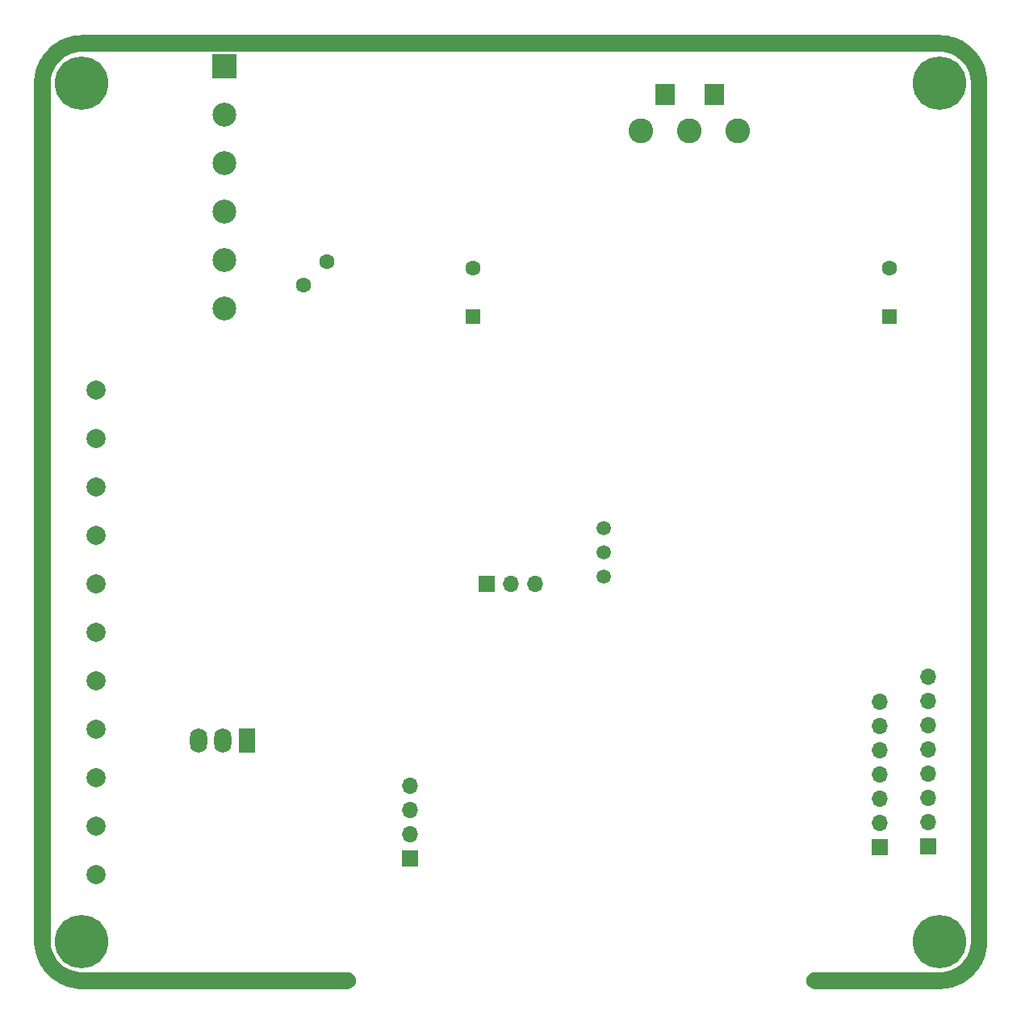
<source format=gbr>
%TF.GenerationSoftware,KiCad,Pcbnew,9.0.0*%
%TF.CreationDate,2025-03-04T23:32:21+01:00*%
%TF.ProjectId,garage-door-controller,67617261-6765-42d6-946f-6f722d636f6e,rev?*%
%TF.SameCoordinates,Original*%
%TF.FileFunction,Soldermask,Bot*%
%TF.FilePolarity,Negative*%
%FSLAX46Y46*%
G04 Gerber Fmt 4.6, Leading zero omitted, Abs format (unit mm)*
G04 Created by KiCad (PCBNEW 9.0.0) date 2025-03-04 23:32:21*
%MOMM*%
%LPD*%
G01*
G04 APERTURE LIST*
%ADD10R,1.700000X1.700000*%
%ADD11O,1.700000X1.700000*%
%ADD12C,1.600000*%
%ADD13R,1.600000X1.600000*%
%ADD14C,5.600000*%
%ADD15C,2.000000*%
%ADD16R,2.500000X2.500000*%
%ADD17C,2.500000*%
%ADD18C,2.600000*%
%ADD19C,1.520000*%
%ADD20R,1.800000X2.600000*%
%ADD21O,1.800000X2.600000*%
%ADD22R,2.050000X2.240000*%
G04 APERTURE END LIST*
D10*
%TO.C,CN5*%
X143750000Y-135080000D03*
D11*
X143750000Y-132540000D03*
X143750000Y-130000000D03*
X143750000Y-127460000D03*
X143750000Y-124920000D03*
X143750000Y-122380000D03*
X143750000Y-119840000D03*
X143750000Y-117300000D03*
%TD*%
D10*
%TO.C,CN4*%
X138750000Y-135125000D03*
D11*
X138750000Y-132585000D03*
X138750000Y-130045000D03*
X138750000Y-127505000D03*
X138750000Y-124965000D03*
X138750000Y-122425000D03*
X138750000Y-119885000D03*
%TD*%
D12*
%TO.C,C9*%
X96000000Y-74460000D03*
D13*
X96000000Y-79540000D03*
%TD*%
D14*
%TO.C,H4*%
X145000000Y-145000000D03*
%TD*%
%TO.C,H3*%
X145000000Y-55000000D03*
%TD*%
D10*
%TO.C,CN3*%
X97460000Y-107500000D03*
D11*
X100000000Y-107500000D03*
X102540000Y-107500000D03*
%TD*%
D12*
%TO.C,C2*%
X78262563Y-76237437D03*
X80737437Y-73762563D03*
%TD*%
D15*
%TO.C,X4*%
X56500000Y-127880000D03*
X56500000Y-132960000D03*
X56500000Y-138040000D03*
%TD*%
D14*
%TO.C,H2*%
X55000000Y-145000000D03*
%TD*%
D15*
%TO.C,X2*%
X56500001Y-102480000D03*
X56500001Y-107560000D03*
X56500001Y-112640000D03*
%TD*%
D12*
%TO.C,C25*%
X139700000Y-74460000D03*
D13*
X139700000Y-79540000D03*
%TD*%
D16*
%TO.C,CN1*%
X70000000Y-53299998D03*
D17*
X70000000Y-58379998D03*
X70000000Y-63459998D03*
X70000000Y-68539998D03*
X70000000Y-73619998D03*
X70000000Y-78699998D03*
%TD*%
D18*
%TO.C,CN2*%
X123812500Y-60000000D03*
X118732500Y-60000000D03*
X113652500Y-60000000D03*
%TD*%
D10*
%TO.C,CN9*%
X89400000Y-136329999D03*
D11*
X89400000Y-133789999D03*
X89400000Y-131249999D03*
X89400000Y-128709999D03*
%TD*%
D19*
%TO.C,RV1*%
X109750000Y-106790000D03*
X109750000Y-104250000D03*
X109750000Y-101710000D03*
%TD*%
D15*
%TO.C,X1*%
X56500001Y-87240000D03*
X56500001Y-92320000D03*
X56500001Y-97400000D03*
%TD*%
D14*
%TO.C,H1*%
X55000000Y-55000000D03*
%TD*%
D15*
%TO.C,X3*%
X56500000Y-122800000D03*
X56500000Y-117720000D03*
%TD*%
D20*
%TO.C,Q3*%
X72290000Y-124000000D03*
D21*
X69750000Y-124000000D03*
X67210000Y-124000000D03*
%TD*%
D22*
%TO.C,D7*%
X121340000Y-56250000D03*
X116160000Y-56250000D03*
%TD*%
G36*
X54908818Y-148248721D02*
G01*
X54965067Y-148249510D01*
X55000013Y-148249877D01*
X55034967Y-148250000D01*
X82868039Y-148250000D01*
X82881922Y-148250780D01*
X83055818Y-148270373D01*
X83082890Y-148276552D01*
X83241462Y-148332039D01*
X83266479Y-148344086D01*
X83408726Y-148433465D01*
X83430435Y-148450778D01*
X83549221Y-148569564D01*
X83566534Y-148591273D01*
X83655913Y-148733520D01*
X83667960Y-148758537D01*
X83723447Y-148917109D01*
X83729626Y-148944181D01*
X83748435Y-149111117D01*
X83748435Y-149138884D01*
X83729626Y-149305819D01*
X83723447Y-149332890D01*
X83667960Y-149491462D01*
X83655913Y-149516479D01*
X83566534Y-149658726D01*
X83549221Y-149680435D01*
X83430435Y-149799221D01*
X83408726Y-149816534D01*
X83266479Y-149905913D01*
X83241462Y-149917960D01*
X83082890Y-149973447D01*
X83055819Y-149979626D01*
X82881923Y-149999220D01*
X82868039Y-150000000D01*
X55027265Y-150000000D01*
X55000278Y-149999926D01*
X54999607Y-149999922D01*
X54972992Y-149999705D01*
X54972649Y-149999702D01*
X54892051Y-149998822D01*
X54889688Y-149998773D01*
X54870283Y-149998191D01*
X54803863Y-149976506D01*
X54759712Y-149922354D01*
X54750000Y-149874247D01*
X54750000Y-148371470D01*
X54769685Y-148304431D01*
X54822489Y-148258676D01*
X54878783Y-148247562D01*
X54908818Y-148248721D01*
G37*
G36*
X51693039Y-144769685D02*
G01*
X51738794Y-144822489D01*
X51750000Y-144874000D01*
X51750000Y-144999987D01*
X51752556Y-145182378D01*
X51793393Y-145544811D01*
X51793395Y-145544827D01*
X51874557Y-145900423D01*
X51874561Y-145900435D01*
X51995023Y-146244694D01*
X51995029Y-146244708D01*
X52153281Y-146573322D01*
X52347338Y-146882161D01*
X52574753Y-147167332D01*
X52832667Y-147425246D01*
X53117838Y-147652661D01*
X53426677Y-147846718D01*
X53755291Y-148004970D01*
X53755305Y-148004976D01*
X54099564Y-148125438D01*
X54099576Y-148125442D01*
X54455172Y-148206604D01*
X54455188Y-148206606D01*
X54817624Y-148247443D01*
X54817619Y-148247443D01*
X55000013Y-148250000D01*
X55126000Y-148250000D01*
X55193039Y-148269685D01*
X55238794Y-148322489D01*
X55250000Y-148374000D01*
X55250000Y-149876000D01*
X55230315Y-149943039D01*
X55177511Y-149988794D01*
X55126000Y-150000000D01*
X55000710Y-150000000D01*
X54999357Y-149999993D01*
X54786527Y-149997671D01*
X54777073Y-149997206D01*
X54352450Y-149960056D01*
X54341725Y-149958644D01*
X53922623Y-149884746D01*
X53912061Y-149882405D01*
X53500980Y-149772256D01*
X53490664Y-149769003D01*
X53090759Y-149623450D01*
X53080764Y-149619310D01*
X52695062Y-149439454D01*
X52685467Y-149434459D01*
X52316916Y-149221676D01*
X52307792Y-149215864D01*
X51959179Y-148971762D01*
X51950597Y-148965177D01*
X51624579Y-148691616D01*
X51616604Y-148684307D01*
X51315692Y-148383395D01*
X51308383Y-148375420D01*
X51034822Y-148049402D01*
X51028237Y-148040820D01*
X50784135Y-147692207D01*
X50778323Y-147683083D01*
X50565540Y-147314532D01*
X50560545Y-147304937D01*
X50380689Y-146919235D01*
X50376549Y-146909240D01*
X50230996Y-146509335D01*
X50227743Y-146499019D01*
X50117594Y-146087938D01*
X50115253Y-146077376D01*
X50041355Y-145658274D01*
X50039943Y-145647549D01*
X50002793Y-145222926D01*
X50002328Y-145213471D01*
X50000007Y-145000641D01*
X50000000Y-144999289D01*
X50000000Y-144874000D01*
X50019685Y-144806961D01*
X50072489Y-144761206D01*
X50124000Y-144750000D01*
X51626000Y-144750000D01*
X51693039Y-144769685D01*
G37*
G36*
X144999716Y-50000073D02*
G01*
X145000392Y-50000077D01*
X145027007Y-50000294D01*
X145027350Y-50000297D01*
X145107948Y-50001177D01*
X145110313Y-50001226D01*
X145215726Y-50004389D01*
X145220454Y-50004621D01*
X145325718Y-50011808D01*
X145328079Y-50011992D01*
X145434223Y-50021279D01*
X145436915Y-50021544D01*
X145649628Y-50044840D01*
X145654991Y-50045546D01*
X145865165Y-50077895D01*
X145870493Y-50078835D01*
X146079029Y-50120315D01*
X146084311Y-50121486D01*
X146290837Y-50172022D01*
X146296063Y-50173422D01*
X146500223Y-50232930D01*
X146505383Y-50234557D01*
X146706744Y-50302911D01*
X146711827Y-50304761D01*
X146909980Y-50381818D01*
X146914978Y-50383888D01*
X147109594Y-50469520D01*
X147114497Y-50471806D01*
X147305205Y-50565851D01*
X147310005Y-50568350D01*
X147496429Y-50670627D01*
X147501114Y-50673332D01*
X147682907Y-50783646D01*
X147687469Y-50786553D01*
X147864273Y-50904689D01*
X147868705Y-50907792D01*
X148040160Y-51033508D01*
X148044453Y-51036801D01*
X148210309Y-51169915D01*
X148214453Y-51173393D01*
X148374305Y-51313580D01*
X148378293Y-51317235D01*
X148531896Y-51464277D01*
X148535722Y-51468103D01*
X148682764Y-51621706D01*
X148686419Y-51625694D01*
X148826607Y-51785547D01*
X148830085Y-51789691D01*
X148963198Y-51955546D01*
X148966491Y-51959839D01*
X149092201Y-52131286D01*
X149095304Y-52135717D01*
X149213446Y-52312529D01*
X149216353Y-52317092D01*
X149326667Y-52498885D01*
X149329372Y-52503570D01*
X149431644Y-52689986D01*
X149434142Y-52694785D01*
X149528183Y-52885482D01*
X149530470Y-52890386D01*
X149616111Y-53085021D01*
X149618181Y-53090019D01*
X149695238Y-53288172D01*
X149697088Y-53293255D01*
X149765442Y-53494616D01*
X149767069Y-53499776D01*
X149826575Y-53703929D01*
X149827975Y-53709155D01*
X149878513Y-53915688D01*
X149879684Y-53920970D01*
X149921164Y-54129506D01*
X149922104Y-54134833D01*
X149954453Y-54345005D01*
X149955159Y-54350370D01*
X149978456Y-54563095D01*
X149978721Y-54565787D01*
X149988006Y-54671916D01*
X149988190Y-54674276D01*
X149995378Y-54779546D01*
X149995610Y-54784274D01*
X149998773Y-54889686D01*
X149998822Y-54892051D01*
X149999703Y-54972733D01*
X149999706Y-54973077D01*
X149999922Y-54999608D01*
X149999926Y-55000278D01*
X150000000Y-55027265D01*
X150000000Y-144972735D01*
X149999926Y-144999721D01*
X149999922Y-145000390D01*
X149999706Y-145026922D01*
X149999703Y-145027267D01*
X149998822Y-145107948D01*
X149998773Y-145110313D01*
X149995610Y-145215726D01*
X149995378Y-145220454D01*
X149988190Y-145325723D01*
X149988006Y-145328083D01*
X149978721Y-145434213D01*
X149978456Y-145436905D01*
X149955159Y-145649629D01*
X149954453Y-145654994D01*
X149922104Y-145865166D01*
X149921164Y-145870493D01*
X149879684Y-146079029D01*
X149878513Y-146084311D01*
X149827970Y-146290862D01*
X149826570Y-146296088D01*
X149767069Y-146500223D01*
X149765442Y-146505383D01*
X149697088Y-146706744D01*
X149695238Y-146711827D01*
X149618184Y-146909972D01*
X149616114Y-146914971D01*
X149530459Y-147109637D01*
X149528172Y-147114540D01*
X149434142Y-147305214D01*
X149431644Y-147310013D01*
X149329372Y-147496429D01*
X149326667Y-147501114D01*
X149216353Y-147682907D01*
X149213446Y-147687469D01*
X149095310Y-147864273D01*
X149092207Y-147868705D01*
X148966491Y-148040160D01*
X148963198Y-148044452D01*
X148830085Y-148210308D01*
X148826607Y-148214453D01*
X148686419Y-148374305D01*
X148682764Y-148378293D01*
X148535722Y-148531896D01*
X148531896Y-148535722D01*
X148378293Y-148682764D01*
X148374305Y-148686419D01*
X148214431Y-148826625D01*
X148210286Y-148830103D01*
X148044463Y-148963189D01*
X148040172Y-148966482D01*
X147868706Y-149092207D01*
X147864273Y-149095310D01*
X147687469Y-149213446D01*
X147682907Y-149216353D01*
X147501114Y-149326667D01*
X147496429Y-149329372D01*
X147310005Y-149431649D01*
X147305205Y-149434148D01*
X147114497Y-149528193D01*
X147109594Y-149530479D01*
X146914978Y-149616111D01*
X146909980Y-149618181D01*
X146711827Y-149695238D01*
X146706744Y-149697088D01*
X146505383Y-149765442D01*
X146500223Y-149767069D01*
X146296064Y-149826577D01*
X146290838Y-149827978D01*
X146084311Y-149878514D01*
X146079029Y-149879684D01*
X145870493Y-149921164D01*
X145865166Y-149922104D01*
X145654994Y-149954453D01*
X145649629Y-149955159D01*
X145436904Y-149978456D01*
X145434212Y-149978721D01*
X145328083Y-149988006D01*
X145325723Y-149988190D01*
X145220453Y-149995378D01*
X145215725Y-149995610D01*
X145110313Y-149998773D01*
X145107948Y-149998822D01*
X145027350Y-149999702D01*
X145027007Y-149999705D01*
X145000392Y-149999922D01*
X144999721Y-149999926D01*
X144972735Y-150000000D01*
X131881961Y-150000000D01*
X131868077Y-149999220D01*
X131694180Y-149979626D01*
X131667109Y-149973447D01*
X131508537Y-149917960D01*
X131483520Y-149905913D01*
X131341273Y-149816534D01*
X131319564Y-149799221D01*
X131200778Y-149680435D01*
X131183465Y-149658726D01*
X131094086Y-149516479D01*
X131082039Y-149491462D01*
X131026552Y-149332890D01*
X131020373Y-149305819D01*
X131001564Y-149138884D01*
X131001564Y-149111117D01*
X131020373Y-148944181D01*
X131026552Y-148917109D01*
X131082039Y-148758537D01*
X131094086Y-148733520D01*
X131183465Y-148591273D01*
X131200778Y-148569564D01*
X131319564Y-148450778D01*
X131341273Y-148433465D01*
X131483520Y-148344086D01*
X131508537Y-148332039D01*
X131667109Y-148276552D01*
X131694181Y-148270373D01*
X131868078Y-148250780D01*
X131881961Y-148250000D01*
X144965033Y-148250000D01*
X144999986Y-148249877D01*
X145034932Y-148249510D01*
X145091186Y-148248721D01*
X145182235Y-148245208D01*
X145273009Y-148237232D01*
X145363597Y-148227026D01*
X145543949Y-148201563D01*
X145544007Y-148201553D01*
X145722607Y-148166027D01*
X145899014Y-148120522D01*
X146065095Y-148067587D01*
X146068683Y-148066688D01*
X146242730Y-148000252D01*
X146242742Y-148000247D01*
X146409006Y-147925848D01*
X146409026Y-147925838D01*
X146570818Y-147842255D01*
X146570844Y-147842241D01*
X146727738Y-147749692D01*
X146727739Y-147749692D01*
X146879187Y-147648498D01*
X147024830Y-147538891D01*
X147025413Y-147538392D01*
X147163920Y-147421433D01*
X147280329Y-147311378D01*
X147284814Y-147308426D01*
X147421433Y-147163920D01*
X147538392Y-147025413D01*
X147538891Y-147024830D01*
X147648498Y-146879187D01*
X147749692Y-146727739D01*
X147749692Y-146727738D01*
X147842240Y-146570845D01*
X147910737Y-146438257D01*
X147914733Y-146433847D01*
X148000239Y-146242761D01*
X148000248Y-146242741D01*
X148066688Y-146068683D01*
X148067587Y-146065095D01*
X148120522Y-145899014D01*
X148166027Y-145722607D01*
X148201553Y-145544007D01*
X148201563Y-145543949D01*
X148227026Y-145363596D01*
X148237232Y-145273008D01*
X148245208Y-145182235D01*
X148248721Y-145091186D01*
X148249512Y-145034814D01*
X148249877Y-144999986D01*
X148250000Y-144965033D01*
X148250000Y-55034966D01*
X148249877Y-55000013D01*
X148249512Y-54965186D01*
X148248721Y-54908813D01*
X148245208Y-54817765D01*
X148245208Y-54817764D01*
X148237232Y-54726991D01*
X148227026Y-54636403D01*
X148201563Y-54456050D01*
X148201553Y-54455992D01*
X148166027Y-54277392D01*
X148120522Y-54100985D01*
X148067587Y-53934904D01*
X148066688Y-53931317D01*
X148000252Y-53757269D01*
X148000247Y-53757257D01*
X147925848Y-53590993D01*
X147925838Y-53590973D01*
X147842255Y-53429181D01*
X147842241Y-53429155D01*
X147749692Y-53272261D01*
X147749692Y-53272260D01*
X147648498Y-53120812D01*
X147538886Y-52975163D01*
X147538392Y-52974586D01*
X147421433Y-52836079D01*
X147296289Y-52703711D01*
X147163918Y-52578565D01*
X147025412Y-52461606D01*
X147024837Y-52461113D01*
X146879187Y-52351501D01*
X146727738Y-52250307D01*
X146570844Y-52157758D01*
X146570818Y-52157744D01*
X146409026Y-52074161D01*
X146409006Y-52074151D01*
X146242742Y-51999752D01*
X146242730Y-51999747D01*
X146068678Y-51933309D01*
X146065095Y-51932412D01*
X145899018Y-51879478D01*
X145899010Y-51879476D01*
X145761825Y-51844089D01*
X145756003Y-51840614D01*
X145544007Y-51798446D01*
X145543949Y-51798436D01*
X145363596Y-51772973D01*
X145273008Y-51762767D01*
X145182235Y-51754791D01*
X145091186Y-51751278D01*
X145034932Y-51750489D01*
X144999986Y-51750122D01*
X144965033Y-51750000D01*
X55034967Y-51750000D01*
X55000013Y-51750122D01*
X54965067Y-51750489D01*
X54908813Y-51751278D01*
X54817765Y-51754791D01*
X54817764Y-51754791D01*
X54726996Y-51762767D01*
X54636395Y-51772976D01*
X54456054Y-51798435D01*
X54455992Y-51798446D01*
X54248748Y-51839669D01*
X54245289Y-51842025D01*
X54238175Y-51844089D01*
X54100980Y-51879478D01*
X53934904Y-51932412D01*
X53931321Y-51933309D01*
X53757269Y-51999747D01*
X53757257Y-51999752D01*
X53590993Y-52074151D01*
X53590973Y-52074161D01*
X53429181Y-52157744D01*
X53429155Y-52157758D01*
X53272261Y-52250307D01*
X53272260Y-52250307D01*
X53120812Y-52351501D01*
X52975152Y-52461121D01*
X52974587Y-52461606D01*
X52836081Y-52578565D01*
X52691571Y-52715187D01*
X52688620Y-52719671D01*
X52578574Y-52836071D01*
X52461606Y-52974587D01*
X52461121Y-52975152D01*
X52351501Y-53120812D01*
X52250307Y-53272260D01*
X52250307Y-53272261D01*
X52157758Y-53429155D01*
X52157744Y-53429181D01*
X52074161Y-53590973D01*
X52074151Y-53590993D01*
X51999752Y-53757257D01*
X51999747Y-53757269D01*
X51933309Y-53931321D01*
X51932412Y-53934904D01*
X51879478Y-54100980D01*
X51844089Y-54238175D01*
X51840614Y-54243996D01*
X51798446Y-54455992D01*
X51798436Y-54456050D01*
X51772973Y-54636403D01*
X51762767Y-54726991D01*
X51754791Y-54817764D01*
X51754791Y-54817765D01*
X51751278Y-54908813D01*
X51750488Y-54965186D01*
X51750122Y-55000013D01*
X51750000Y-55034966D01*
X51750000Y-144965033D01*
X51750122Y-144999986D01*
X51750488Y-145034814D01*
X51751278Y-145091190D01*
X51752437Y-145121221D01*
X51735351Y-145188969D01*
X51684349Y-145236725D01*
X51628529Y-145250000D01*
X50125753Y-145250000D01*
X50058714Y-145230315D01*
X50012959Y-145177511D01*
X50001809Y-145129724D01*
X50001226Y-145110318D01*
X50001177Y-145107946D01*
X50000297Y-145027265D01*
X50000294Y-145026927D01*
X50000077Y-145000395D01*
X50000073Y-144999716D01*
X50000000Y-144972730D01*
X50000000Y-55027270D01*
X50000073Y-55000283D01*
X50000077Y-54999604D01*
X50000294Y-54973073D01*
X50000297Y-54972735D01*
X50001177Y-54892053D01*
X50001226Y-54889686D01*
X50004389Y-54784274D01*
X50004621Y-54779547D01*
X50011808Y-54674282D01*
X50011992Y-54671920D01*
X50021279Y-54565778D01*
X50021544Y-54563087D01*
X50044840Y-54350372D01*
X50045546Y-54345008D01*
X50077895Y-54134834D01*
X50078835Y-54129506D01*
X50120315Y-53920970D01*
X50121486Y-53915688D01*
X50172019Y-53709175D01*
X50173419Y-53703949D01*
X50232930Y-53499776D01*
X50234557Y-53494616D01*
X50302911Y-53293255D01*
X50304761Y-53288172D01*
X50381818Y-53090019D01*
X50383888Y-53085021D01*
X50469520Y-52890405D01*
X50471806Y-52885502D01*
X50565851Y-52694794D01*
X50568350Y-52689994D01*
X50670627Y-52503570D01*
X50673332Y-52498885D01*
X50783646Y-52317092D01*
X50786553Y-52312529D01*
X50904695Y-52135717D01*
X50907798Y-52131286D01*
X51033508Y-51959839D01*
X51036802Y-51955546D01*
X51169910Y-51789698D01*
X51173387Y-51785554D01*
X51313580Y-51625694D01*
X51317235Y-51621706D01*
X51464277Y-51468103D01*
X51468103Y-51464277D01*
X51621706Y-51317235D01*
X51625695Y-51313579D01*
X51785562Y-51173381D01*
X51789705Y-51169905D01*
X51955532Y-51036813D01*
X51959824Y-51033519D01*
X52131285Y-50907798D01*
X52135717Y-50904695D01*
X52312529Y-50786553D01*
X52317092Y-50783646D01*
X52498885Y-50673332D01*
X52503570Y-50670627D01*
X52689986Y-50568355D01*
X52694785Y-50565857D01*
X52885459Y-50471827D01*
X52890362Y-50469540D01*
X53085028Y-50383885D01*
X53090027Y-50381815D01*
X53288172Y-50304761D01*
X53293255Y-50302911D01*
X53494616Y-50234557D01*
X53499776Y-50232930D01*
X53703911Y-50173430D01*
X53709136Y-50172030D01*
X53915693Y-50121485D01*
X53920976Y-50120314D01*
X54129506Y-50078835D01*
X54134833Y-50077895D01*
X54345005Y-50045546D01*
X54350370Y-50044840D01*
X54563095Y-50021543D01*
X54565787Y-50021278D01*
X54671916Y-50011993D01*
X54674276Y-50011809D01*
X54779546Y-50004621D01*
X54784274Y-50004389D01*
X54889686Y-50001226D01*
X54892051Y-50001177D01*
X54972649Y-50000297D01*
X54972992Y-50000294D01*
X54999607Y-50000077D01*
X55000283Y-50000073D01*
X55027270Y-50000000D01*
X144972730Y-50000000D01*
X144999716Y-50000073D01*
G37*
M02*

</source>
